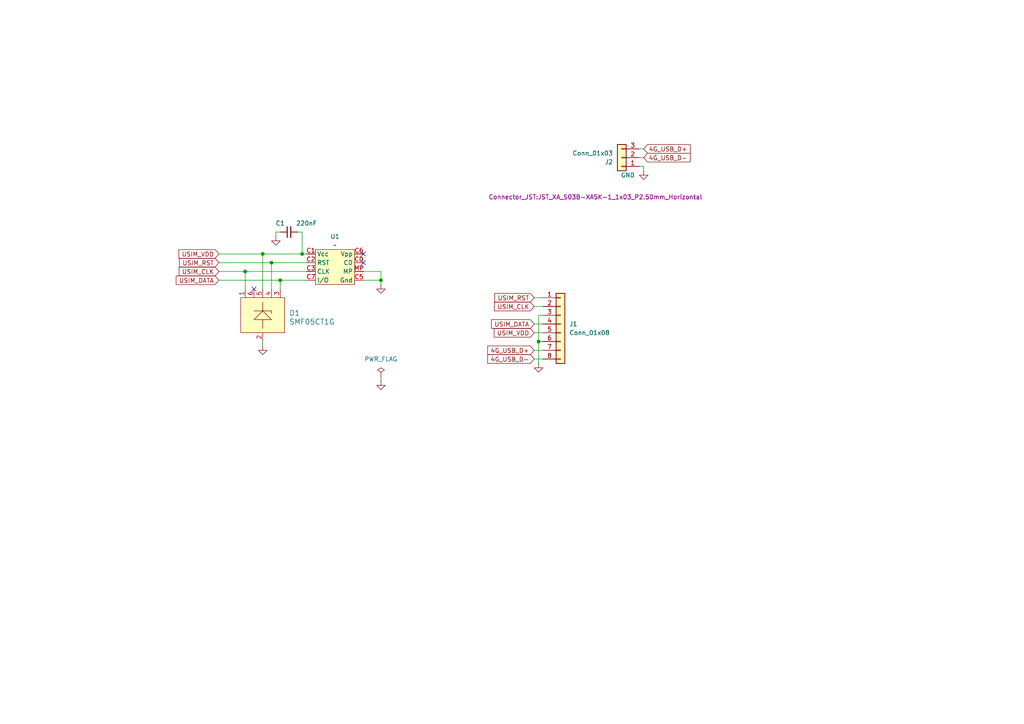
<source format=kicad_sch>
(kicad_sch (version 20231120) (generator "eeschema") (generator_version "8.0")
  (paper "A4")
  (lib_symbols
    (symbol "Connector_Generic:Conn_01x03" (pin_names (offset 1.016) hide)
      (property "Reference" "J" (at 0 5.08 0))
      (property "Value" "Conn_01x03" (at 0 -5.08 0))
      (symbol "Conn_01x03_1_1"
        (rectangle (start -1.27 -2.413) (end 0 -2.667) (stroke (width 0.1524)))
        (rectangle (start -1.27 0.127) (end 0 -0.127) (stroke (width 0.1524)))
        (rectangle (start -1.27 2.667) (end 0 2.413) (stroke (width 0.1524)))
        (rectangle (start -1.27 3.81) (end 1.27 -3.81) (stroke (width 0.254)) (fill (type background)))
        (pin passive line (at -5.08 2.54 0) (length 3.81) (name "Pin_1") (number "1"))
        (pin passive line (at -5.08 0 0) (length 3.81) (name "Pin_2") (number "2"))
        (pin passive line (at -5.08 -2.54 0) (length 3.81) (name "Pin_3") (number "3"))
      )
    )
    (symbol "Connector_Generic:Conn_01x08" (pin_names (offset 1.016) hide)
      (property "Reference" "J" (at 0 10.16 0))
      (property "Value" "Conn_01x08" (at 0 -12.7 0))
      (symbol "Conn_01x08_1_1"
        (rectangle (start -1.27 -10.033) (end 0 -10.287) (stroke (width 0.1524)))
        (rectangle (start -1.27 -7.493) (end 0 -7.747) (stroke (width 0.1524)))
        (rectangle (start -1.27 -4.953) (end 0 -5.207) (stroke (width 0.1524)))
        (rectangle (start -1.27 -2.413) (end 0 -2.667) (stroke (width 0.1524)))
        (rectangle (start -1.27 0.127) (end 0 -0.127) (stroke (width 0.1524)))
        (rectangle (start -1.27 2.667) (end 0 2.413) (stroke (width 0.1524)))
        (rectangle (start -1.27 5.207) (end 0 4.953) (stroke (width 0.1524)))
        (rectangle (start -1.27 7.747) (end 0 7.493) (stroke (width 0.1524)))
        (rectangle (start -1.27 8.89) (end 1.27 -11.43) (stroke (width 0.254)) (fill (type background)))
        (pin passive line (at -5.08 7.62 0) (length 3.81) (name "Pin_1") (number "1"))
        (pin passive line (at -5.08 5.08 0) (length 3.81) (name "Pin_2") (number "2"))
        (pin passive line (at -5.08 2.54 0) (length 3.81) (name "Pin_3") (number "3"))
        (pin passive line (at -5.08 0 0) (length 3.81) (name "Pin_4") (number "4"))
        (pin passive line (at -5.08 -2.54 0) (length 3.81) (name "Pin_5") (number "5"))
        (pin passive line (at -5.08 -5.08 0) (length 3.81) (name "Pin_6") (number "6"))
        (pin passive line (at -5.08 -7.62 0) (length 3.81) (name "Pin_7") (number "7"))
        (pin passive line (at -5.08 -10.16 0) (length 3.81) (name "Pin_8") (number "8"))
      )
    )
    (symbol "Device:C_Small" (pin_numbers hide) (pin_names (offset 0.254) hide)
      (property "Reference" "C" (at 0.254 1.778 0))
      (property "Value" "C_Small" (at 0.254 -2.032 0))
      (symbol "C_Small_0_1"
        (polyline (pts (xy -1.524 -0.508) (xy 1.524 -0.508)) (stroke (width 0.3302)))
        (polyline (pts (xy -1.524 0.508) (xy 1.524 0.508)) (stroke (width 0.3048)))
      )
      (symbol "C_Small_1_1"
        (pin passive line (at 0 2.54 270) (length 2.032) (name "~") (number "1"))
        (pin passive line (at 0 -2.54 90) (length 2.032) (name "~") (number "2"))
      )
    )
    (symbol "cacophony-library:K-DYX-010"
      (property "Reference" "U" (at 0 1.778 0))
      (symbol "K-DYX-010_1_1"
        (rectangle (start -6.35 -1.27) (end 5.08 -11.43) (fill (type background)))
        (pin input line (at -8.89 -2.54 0) (length 2.54) (name "Vcc") (number "C1"))
        (pin input line (at -8.89 -5.08 0) (length 2.54) (name "RST") (number "C2"))
        (pin input line (at -8.89 -7.62 0) (length 2.54) (name "CLK") (number "C3"))
        (pin input line (at 7.62 -10.16 180) (length 2.54) (name "Gnd") (number "C5"))
        (pin input line (at 7.62 -2.54 180) (length 2.54) (name "Vpp") (number "C6"))
        (pin input line (at -8.89 -10.16 0) (length 2.54) (name "I/O") (number "C7"))
        (pin input line (at 7.62 -5.08 180) (length 2.54) (name "CD") (number "CD"))
        (pin input line (at 7.62 -7.62 180) (length 2.54) (name "MP") (number "MP"))
        (pin input line (at 7.62 -7.62 180) (length 2.54) hide (name "MP") (number "MP_2"))
        (pin input line (at 7.62 -7.62 180) (length 2.54) hide (name "MP") (number "MP_3"))
        (pin input line (at 7.62 -7.62 180) (length 2.54) hide (name "MP") (number "MP_4"))
      )
    )
    (symbol "cacophony-library:SMF05CT1G" (pin_names (offset 1.016))
      (property "Reference" "D" (at 7.62 0 0))
      (property "Value" "SMF05CT1G" (at 7.62 -3.81 0))
      (symbol "SMF05CT1G_0_1"
        (rectangle (start -6.35 3.81) (end 6.35 -6.35) (fill (type background)))
        (polyline (pts (xy 0 -2.54) (xy 0 -5.08)))
        (polyline (pts (xy 0 0) (xy 0 2.54)))
      )
      (symbol "SMF05CT1G_1_1"
        (polyline (pts (xy -2.54 0) (xy 2.54 0)))
        (polyline (pts (xy 2.54 0) (xy 2.54 -0.762)))
        (polyline (pts (xy 2.54 -2.54) (xy 0 0) (xy -2.54 -2.54) (xy 2.54 -2.54)) (fill (type background)))
        (pin input line (at -5.08 6.35 270) (length 2.54) (name "") (number "1"))
        (pin input line (at 0 -8.89 90) (length 2.54) (name "") (number "2"))
        (pin input line (at 5.08 6.35 270) (length 2.54) (name "") (number "3"))
        (pin input line (at 2.54 6.35 270) (length 2.54) (name "") (number "4"))
        (pin input line (at 0 6.35 270) (length 2.54) (name "") (number "5"))
        (pin input line (at -2.54 6.35 270) (length 2.54) (name "") (number "6"))
      )
    )
    (symbol "power:GND" (power) (pin_numbers hide) (pin_names (offset 0) hide)
      (property "Value" "GND" (at 0 -3.81 0))
      (symbol "GND_0_1"
        (polyline (pts (xy 0 0) (xy 0 -1.27) (xy 1.27 -1.27) (xy 0 -2.54) (xy -1.27 -1.27) (xy 0 -1.27)))
      )
      (symbol "GND_1_1"
        (pin power_in line (at 0 0 270) (length 0) (name "~") (number "1"))
      )
    )
    (symbol "power:PWR_FLAG" (power) (pin_numbers hide) (pin_names (offset 0) hide)
      (property "Value" "PWR_FLAG" (at 0 3.81 0))
      (symbol "PWR_FLAG_0_0"
        (pin power_out line (at 0 0 90) (length 0) (name "~") (number "1"))
      )
      (symbol "PWR_FLAG_0_1"
        (polyline (pts (xy 0 0) (xy 0 1.27) (xy -1.016 1.905) (xy 0 2.54) (xy 1.016 1.905) (xy 0 1.27)))
      )
    )
  )
  (junction (at 81.28 81.28))
  (junction (at 110.49 81.28))
  (junction (at 76.2 73.66))
  (junction (at 87.63 73.66))
  (junction (at 71.12 78.74))
  (junction (at 156.21 99.06))
  (junction (at 78.74 76.2))
  (no_connect (at 73.66 83.82))
  (no_connect (at 105.41 76.2))
  (no_connect (at 105.41 73.66))
  (wire (pts (xy 110.49 78.74) (xy 110.49 81.28)))
  (wire (pts (xy 156.21 99.06) (xy 157.48 99.06)))
  (wire (pts (xy 186.69 45.72) (xy 185.42 45.72)))
  (wire (pts (xy 154.94 96.52) (xy 157.48 96.52)))
  (wire (pts (xy 63.5 76.2) (xy 78.74 76.2)))
  (wire (pts (xy 87.63 67.31) (xy 87.63 73.66)))
  (wire (pts (xy 71.12 78.74) (xy 88.9 78.74)))
  (wire (pts (xy 87.63 73.66) (xy 88.9 73.66)))
  (wire (pts (xy 154.94 93.98) (xy 157.48 93.98)))
  (wire (pts (xy 76.2 73.66) (xy 87.63 73.66)))
  (wire (pts (xy 71.12 78.74) (xy 71.12 83.82)))
  (wire (pts (xy 63.5 78.74) (xy 71.12 78.74)))
  (wire (pts (xy 80.01 67.31) (xy 80.01 68.58)))
  (wire (pts (xy 63.5 81.28) (xy 81.28 81.28)))
  (wire (pts (xy 154.94 104.14) (xy 157.48 104.14)))
  (wire (pts (xy 154.94 101.6) (xy 157.48 101.6)))
  (wire (pts (xy 78.74 76.2) (xy 78.74 83.82)))
  (wire (pts (xy 86.36 67.31) (xy 87.63 67.31)))
  (wire (pts (xy 78.74 76.2) (xy 88.9 76.2)))
  (wire (pts (xy 105.41 81.28) (xy 110.49 81.28)))
  (wire (pts (xy 186.69 43.18) (xy 185.42 43.18)))
  (wire (pts (xy 110.49 109.22) (xy 110.49 110.49)))
  (wire (pts (xy 76.2 73.66) (xy 76.2 83.82)))
  (wire (pts (xy 110.49 81.28) (xy 110.49 82.55)))
  (wire (pts (xy 157.48 91.44) (xy 156.21 91.44)))
  (wire (pts (xy 81.28 81.28) (xy 88.9 81.28)))
  (wire (pts (xy 156.21 105.41) (xy 156.21 99.06)))
  (wire (pts (xy 81.28 81.28) (xy 81.28 83.82)))
  (wire (pts (xy 81.28 67.31) (xy 80.01 67.31)))
  (wire (pts (xy 76.2 99.06) (xy 76.2 100.33)))
  (wire (pts (xy 105.41 78.74) (xy 110.49 78.74)))
  (wire (pts (xy 156.21 91.44) (xy 156.21 99.06)))
  (wire (pts (xy 185.42 48.26) (xy 186.69 48.26)))
  (wire (pts (xy 186.69 48.26) (xy 186.69 49.53)))
  (wire (pts (xy 63.5 73.66) (xy 76.2 73.66)))
  (wire (pts (xy 154.94 88.9) (xy 157.48 88.9)))
  (wire (pts (xy 154.94 86.36) (xy 157.48 86.36)))
  (global_label "USIM_DATA" (shape input) (at 154.94 93.98 180) (property "Intersheetrefs" "${INTERSHEET_REFS}" (effects (hide yes))))
  (global_label "USIM_CLK" (shape input) (at 154.94 88.9 180) (property "Intersheetrefs" "${INTERSHEET_REFS}" (effects (hide yes))))
  (global_label "USIM_VDD" (shape input) (at 154.94 96.52 180) (property "Intersheetrefs" "${INTERSHEET_REFS}" (effects (hide yes))))
  (global_label "4G_USB_D-" (shape input) (at 186.69 45.72 0) (property "Intersheetrefs" "${INTERSHEET_REFS}" (effects (hide yes))))
  (global_label "4G_USB_D+" (shape input) (at 186.69 43.18 0) (property "Intersheetrefs" "${INTERSHEET_REFS}" (effects (hide yes))))
  (global_label "USIM_RST" (shape input) (at 154.94 86.36 180) (property "Intersheetrefs" "${INTERSHEET_REFS}" (effects (hide yes))))
  (global_label "USIM_CLK" (shape input) (at 63.5 78.74 180) (property "Intersheetrefs" "${INTERSHEET_REFS}" (effects (hide yes))))
  (global_label "USIM_RST" (shape input) (at 63.5 76.2 180) (property "Intersheetrefs" "${INTERSHEET_REFS}" (effects (hide yes))))
  (global_label "4G_USB_D-" (shape input) (at 154.94 104.14 180) (property "Intersheetrefs" "${INTERSHEET_REFS}" (effects (hide yes))))
  (global_label "USIM_DATA" (shape input) (at 63.5 81.28 180) (property "Intersheetrefs" "${INTERSHEET_REFS}" (effects (hide yes))))
  (global_label "USIM_VDD" (shape input) (at 63.5 73.66 180) (property "Intersheetrefs" "${INTERSHEET_REFS}" (effects (hide yes))))
  (global_label "4G_USB_D+" (shape input) (at 154.94 101.6 180) (property "Intersheetrefs" "${INTERSHEET_REFS}" (effects (hide yes))))
  (symbol (lib_id "power:PWR_FLAG") (at 110.49 109.22 0) (unit 1)
    (property "Reference" "#FLG01" (effects (hide yes)))
    (property "Value" "PWR_FLAG" (at 110.49 104.14 0))
    (property "Description" "Special symbol for telling ERC where power comes from" (effects (hide yes)))
  )
  (symbol (lib_id "power:GND") (at 76.2 100.33 0) (unit 1)
    (property "Reference" "#PWR04" (effects (hide yes)))
    (property "Value" "GND" (effects (hide yes)))
    (property "Description" "Power symbol creates a global label with name \"GND\" , ground" (effects (hide yes)))
  )
  (symbol (lib_id "power:GND") (at 186.69 49.53 0) (unit 1)
    (property "Reference" "#PWR03" (effects (hide yes)))
    (property "Value" "GND" (at 184.15 50.8 0) (effects (justify right)))
    (property "Description" "Power symbol creates a global label with name \"GND\" , ground" (effects (hide yes)))
  )
  (symbol (lib_id "power:GND") (at 110.49 110.49 0) (unit 1)
    (property "Reference" "#PWR06" (effects (hide yes)))
    (property "Value" "GND" (effects (hide yes)))
    (property "Description" "Power symbol creates a global label with name \"GND\" , ground" (effects (hide yes)))
  )
  (symbol (lib_id "power:GND") (at 110.49 82.55 0) (unit 1)
    (property "Reference" "#PWR02" (effects (hide yes)))
    (property "Value" "GND" (effects (hide yes)))
    (property "Description" "Power symbol creates a global label with name \"GND\" , ground" (effects (hide yes)))
  )
  (symbol (lib_id "cacophony-library:SMF05CT1G") (at 76.2 90.17 0) (unit 1)
    (property "Reference" "D1" (at 83.82 90.805 0) (effects (font (size 1.524 1.524)) (justify left)))
    (property "Value" "SMF05CT1G" (at 83.82 93.345 0) (effects (font (size 1.524 1.524)) (justify left)))
    (property "Footprint" "cacophony-library:SOT-363_L2.0-W1.3-P0.65-LS2.1-BR" (effects (hide yes)))
    (property "Datasheet" "https://lcsc.com/product-detail/TVS_ON_SMF05CT1G_SMF05CT1G_C15879.html" (effects (hide yes)))
    (property "Manufacturer" "ON" (effects (hide yes)))
    (property "LCSC" "C15879" (effects (hide yes)))
  )
  (symbol (lib_id "power:GND") (at 80.01 68.58 0) (unit 1)
    (property "Reference" "#PWR01" (effects (hide yes)))
    (property "Value" "GND" (effects (hide yes)))
    (property "Description" "Power symbol creates a global label with name \"GND\" , ground" (effects (hide yes)))
  )
  (symbol (lib_id "Connector_Generic:Conn_01x08") (at 162.56 93.98 0) (unit 1)
    (property "Reference" "J1" (at 165.1 93.98 0) (effects (justify left)))
    (property "Value" "Conn_01x08" (at 165.1 96.52 0) (effects (justify left)))
    (property "Footprint" "cacophony-library:rpi3-usb-sim-PinHeader_1x08" (effects (hide yes)))
  )
  (symbol (lib_id "power:GND") (at 156.21 105.41 0) (unit 1)
    (property "Reference" "#PWR05" (effects (hide yes)))
    (property "Value" "GND" (effects (hide yes)))
    (property "Description" "Power symbol creates a global label with name \"GND\" , ground" (effects (hide yes)))
  )
  (symbol (lib_id "Connector_Generic:Conn_01x03") (at 180.34 45.72 180) (unit 1)
    (property "Reference" "J2" (at 177.8 46.99 0) (effects (justify left)))
    (property "Value" "Conn_01x03" (at 177.8 44.45 0) (effects (justify left)))
    (property "Footprint" "Connector_JST:JST_XA_S03B-XASK-1_1x03_P2.50mm_Horizontal" (at 172.72 57.15 0))
    (property "LCSC" "C491707" (effects (hide yes)))
  )
  (symbol (lib_id "Device:C_Small") (at 83.82 67.31 90) (unit 1)
    (property "Reference" "C1" (at 81.28 64.77 90))
    (property "Value" "220nF" (at 88.9 64.77 90))
    (property "Footprint" "Capacitor_SMD:C_0402_1005Metric" (effects (hide yes)))
    (property "LCSC" "C16772" (effects (hide yes)))
  )
  (symbol (lib_id "cacophony-library:K-DYX-010") (at 97.79 71.12 0) (unit 1)
    (property "Reference" "U1" (at 97.155 68.58 0))
    (property "Value" "~" (at 97.155 71.12 0))
    (property "Footprint" "cacophony-library:K-DYX-010" (effects (hide yes)))
    (property "LCSC" "C2919617" (effects (hide yes)))
  )
)
</source>
